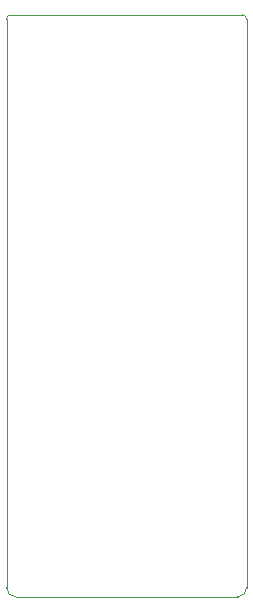
<source format=gm1>
G04 #@! TF.GenerationSoftware,KiCad,Pcbnew,7.0.9-7.0.9~ubuntu20.04.1*
G04 #@! TF.CreationDate,2023-12-17T15:18:06+01:00*
G04 #@! TF.ProjectId,kicad-pmod_rs485,6b696361-642d-4706-9d6f-645f72733438,rev?*
G04 #@! TF.SameCoordinates,Original*
G04 #@! TF.FileFunction,Profile,NP*
%FSLAX46Y46*%
G04 Gerber Fmt 4.6, Leading zero omitted, Abs format (unit mm)*
G04 Created by KiCad (PCBNEW 7.0.9-7.0.9~ubuntu20.04.1) date 2023-12-17 15:18:06*
%MOMM*%
%LPD*%
G01*
G04 APERTURE LIST*
G04 #@! TA.AperFunction,Profile*
%ADD10C,0.100000*%
G04 #@! TD*
G04 APERTURE END LIST*
D10*
X117602000Y-61595000D02*
X117602000Y-109728000D01*
X137160000Y-110490000D02*
G75*
G03*
X137922000Y-109728000I0J762000D01*
G01*
X137541000Y-61214000D02*
X117983000Y-61214000D01*
X117602000Y-109728000D02*
G75*
G03*
X118364000Y-110490000I762000J0D01*
G01*
X117983000Y-61214000D02*
G75*
G03*
X117602000Y-61595000I0J-381000D01*
G01*
X137922000Y-61595000D02*
G75*
G03*
X137541000Y-61214000I-381000J0D01*
G01*
X137922000Y-109728000D02*
X137922000Y-61595000D01*
X118364000Y-110490000D02*
X137160000Y-110490000D01*
M02*

</source>
